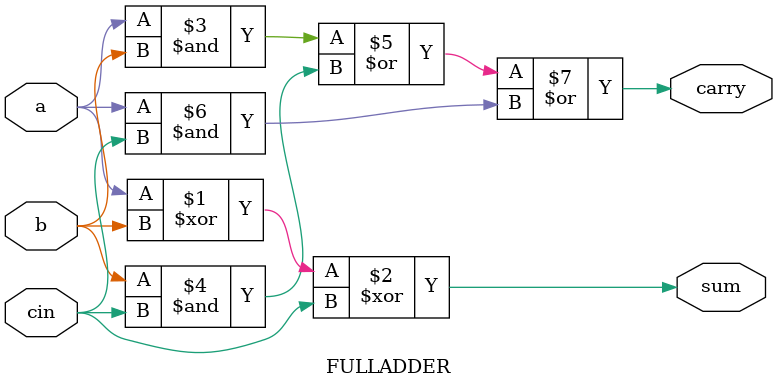
<source format=v>
`timescale 1ns / 1ps


module FULLADDER(input a,b,cin,output sum,carry);
assign sum=a^b^cin ;
assign carry=(a&b)|(b&cin)|(a&cin);
endmodule

</source>
